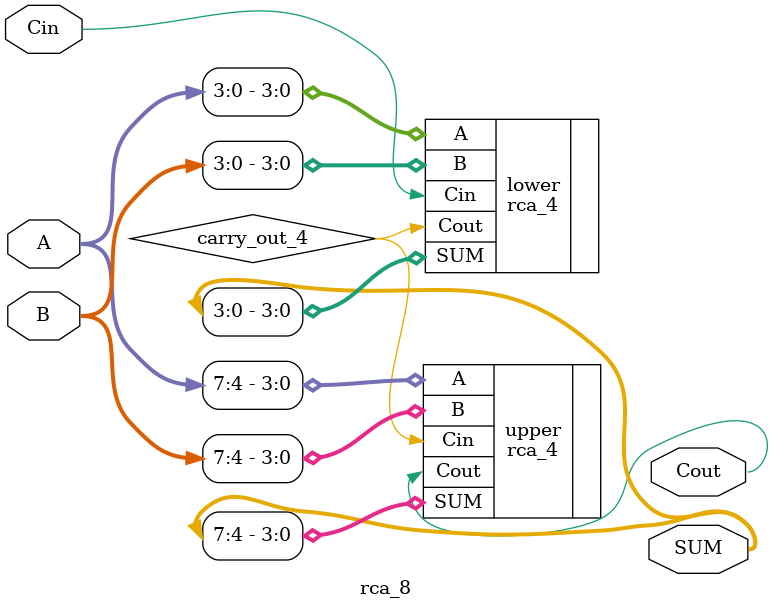
<source format=v>
module rca_8(
    input [7:0] A,
    input [7:0] B,
    input Cin,
    output [7:0] SUM,
    output Cout
);
    wire carry_out_4;

    rca_4 lower(
        .A(A[3:0]),
        .B(B[3:0]),
        .Cin(Cin),
        .SUM(SUM[3:0]),
        .Cout(carry_out_4)
    );

    rca_4 upper(
        .A(A[7:4]),
        .B(B[7:4]),
        .Cin(carry_out_4),
        .SUM(SUM[7:4]),
        .Cout(Cout)
    );
endmodule

</source>
